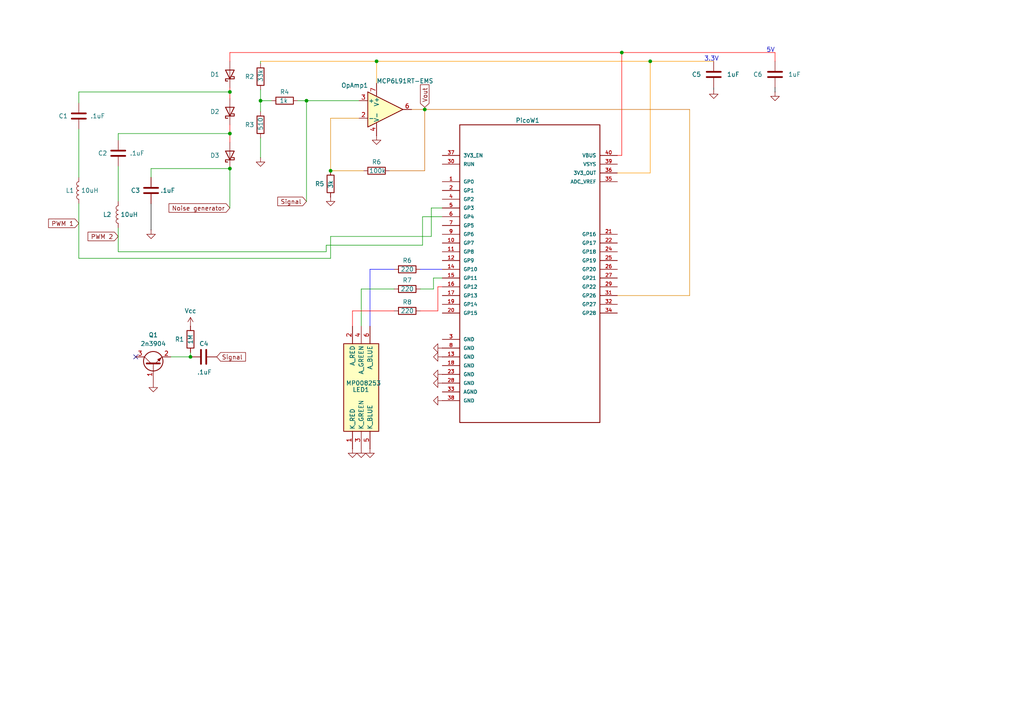
<source format=kicad_sch>
(kicad_sch (version 20231120) (generator "eeschema") (generator_version "8.0")
  (paper "A4")
  (lib_symbols
    (symbol "Amplifier_Operational:MCP6L91RT-EMS" (pin_names (offset 0.127))
      (property "Reference" "U" (at 0 6.35 0))
      (property "Value" "MCP6L91RT-EMS" (at 0 3.81 0))
      (symbol "MCP6L91RT-EMS_0_1"
        (polyline (pts (xy -5.08 5.08) (xy 5.08 0) (xy -5.08 -5.08) (xy -5.08 5.08)) (stroke (width 0.254)) (fill (type background)))
      )
      (symbol "MCP6L91RT-EMS_1_1"
        (pin no_connect line (at -2.54 2.54 270) (length 2.54) hide (name "NC") (number "1"))
        (pin input line (at -7.62 -2.54 0) (length 2.54) (name "-") (number "2"))
        (pin input line (at -7.62 2.54 0) (length 2.54) (name "+") (number "3"))
        (pin power_in line (at -2.54 -7.62 90) (length 3.81) (name "V-") (number "4"))
        (pin no_connect line (at 0 2.54 270) (length 2.54) hide (name "NC") (number "5"))
        (pin output line (at 7.62 0 180) (length 2.54) (name "~") (number "6"))
        (pin power_in line (at -2.54 7.62 270) (length 3.81) (name "V+") (number "7"))
        (pin no_connect line (at 0 -2.54 90) (length 2.54) hide (name "NC") (number "8"))
      )
    )
    (symbol "Device:C" (pin_numbers hide) (pin_names (offset 0.254))
      (property "Reference" "C" (at 0.635 2.54 0))
      (property "Value" "C" (at 0.635 -2.54 0))
      (symbol "C_0_1"
        (polyline (pts (xy -2.032 -0.762) (xy 2.032 -0.762)) (stroke (width 0.508)))
        (polyline (pts (xy -2.032 0.762) (xy 2.032 0.762)) (stroke (width 0.508)))
      )
      (symbol "C_1_1"
        (pin passive line (at 0 3.81 270) (length 2.794) (name "~") (number "1"))
        (pin passive line (at 0 -3.81 90) (length 2.794) (name "~") (number "2"))
      )
    )
    (symbol "Device:D_Schottky" (pin_numbers hide) (pin_names (offset 1.016) hide)
      (property "Reference" "D" (at 0 2.54 0))
      (property "Value" "D_Schottky" (at 0 -2.54 0))
      (symbol "D_Schottky_0_1"
        (polyline (pts (xy 1.27 0) (xy -1.27 0)))
        (polyline (pts (xy 1.27 1.27) (xy 1.27 -1.27) (xy -1.27 0) (xy 1.27 1.27)) (stroke (width 0.254)))
        (polyline (pts (xy -1.905 0.635) (xy -1.905 1.27) (xy -1.27 1.27) (xy -1.27 -1.27) (xy -0.635 -1.27) (xy -0.635 -0.635)) (stroke (width 0.254)))
      )
      (symbol "D_Schottky_1_1"
        (pin passive line (at -3.81 0 0) (length 2.54) (name "K") (number "1"))
        (pin passive line (at 3.81 0 180) (length 2.54) (name "A") (number "2"))
      )
    )
    (symbol "Device:L" (pin_numbers hide) (pin_names (offset 1.016) hide)
      (property "Reference" "L" (at -1.27 0 90))
      (property "Value" "L" (at 1.905 0 90))
      (symbol "L_0_1"
        (arc (start 0 -2.54) (mid 0.6323 -1.905) (end 0 -1.27))
        (arc (start 0 -1.27) (mid 0.6323 -0.635) (end 0 0))
        (arc (start 0 0) (mid 0.6323 0.635) (end 0 1.27))
        (arc (start 0 1.27) (mid 0.6323 1.905) (end 0 2.54))
      )
      (symbol "L_1_1"
        (pin passive line (at 0 3.81 270) (length 1.27) (name "1") (number "1"))
        (pin passive line (at 0 -3.81 90) (length 1.27) (name "2") (number "2"))
      )
    )
    (symbol "Device:R" (pin_numbers hide) (pin_names (offset 0))
      (property "Reference" "R" (at 2.032 0 90))
      (property "Value" "R" (at 0 0 90))
      (symbol "R_0_1"
        (rectangle (start -1.016 -2.54) (end 1.016 2.54) (stroke (width 0.254)))
      )
      (symbol "R_1_1"
        (pin passive line (at 0 3.81 270) (length 1.27) (name "~") (number "1"))
        (pin passive line (at 0 -3.81 90) (length 1.27) (name "~") (number "2"))
      )
    )
    (symbol "GND_1" (power) (pin_numbers hide) (pin_names (offset 0) hide)
      (property "Value" "GND" (at 0 -3.81 0))
      (symbol "GND_1_0_1"
        (polyline (pts (xy 0 0) (xy 0 -1.27) (xy 1.27 -1.27) (xy 0 -2.54) (xy -1.27 -1.27) (xy 0 -1.27)))
      )
      (symbol "GND_1_1_1"
        (pin power_in line (at 0 0 270) (length 0) (name "~") (number "1"))
      )
    )
    (symbol "MP008253:MP008253"
      (property "Reference" "LED" (at 31.75 7.62 0))
      (property "Value" "MP008253" (at 31.75 5.08 0))
      (symbol "MP008253_1_1"
        (rectangle (start 5.08 2.54) (end 30.48 -7.62) (stroke (width 0.254)) (fill (type background)))
        (pin passive line (at 0 0 0) (length 5.08) (name "K_RED") (number "1"))
        (pin passive line (at 35.56 0 180) (length 5.08) (name "A_RED") (number "2"))
        (pin passive line (at 0 -2.54 0) (length 5.08) (name "K_GREEN") (number "3"))
        (pin passive line (at 35.56 -2.54 180) (length 5.08) (name "A_GREEN") (number "4"))
        (pin passive line (at 0 -5.08 0) (length 5.08) (name "K_BLUE") (number "5"))
        (pin passive line (at 35.56 -5.08 180) (length 5.08) (name "A_BLUE") (number "6"))
      )
    )
    (symbol "Pico W:SC0918" (pin_names (offset 1.016))
      (property "Reference" "A1" (at 0 58.42 0))
      (property "Value" "SC0918" (at 0 55.88 0))
      (property "Footprint" "Raspberry Pi:MODULE_SC0918" (at -12.7 -46.99 0))
      (property "manufacturer" "Raspberry Pi" (at 0 53.34 0))
      (symbol "SC0918_0_0"
        (rectangle (start -20.32 -43.18) (end 20.32 43.18) (stroke (width 0.254)))
        (pin bidirectional line (at -25.4 26.67 0) (length 5.08) (name "GP0") (number "1"))
        (pin bidirectional line (at -25.4 8.89 0) (length 5.08) (name "GP7") (number "10"))
        (pin bidirectional line (at -25.4 6.35 0) (length 5.08) (name "GP8") (number "11"))
        (pin bidirectional line (at -25.4 3.81 0) (length 5.08) (name "GP9") (number "12"))
        (pin power_in line (at -25.4 -24.13 0) (length 5.08) (name "GND") (number "13"))
        (pin bidirectional line (at -25.4 1.27 0) (length 5.08) (name "GP10") (number "14"))
        (pin bidirectional line (at -25.4 -1.27 0) (length 5.08) (name "GP11") (number "15"))
        (pin bidirectional line (at -25.4 -3.81 0) (length 5.08) (name "GP12") (number "16"))
        (pin bidirectional line (at -25.4 -6.35 0) (length 5.08) (name "GP13") (number "17"))
        (pin power_in line (at -25.4 -26.67 0) (length 5.08) (name "GND") (number "18"))
        (pin bidirectional line (at -25.4 -8.89 0) (length 5.08) (name "GP14") (number "19"))
        (pin bidirectional line (at -25.4 24.13 0) (length 5.08) (name "GP1") (number "2"))
        (pin bidirectional line (at -25.4 -11.43 0) (length 5.08) (name "GP15") (number "20"))
        (pin bidirectional line (at 25.4 11.43 180) (length 5.08) (name "GP16") (number "21"))
        (pin bidirectional line (at 25.4 8.89 180) (length 5.08) (name "GP17") (number "22"))
        (pin power_in line (at -25.4 -29.21 0) (length 5.08) (name "GND") (number "23"))
        (pin bidirectional line (at 25.4 6.35 180) (length 5.08) (name "GP18") (number "24"))
        (pin bidirectional line (at 25.4 3.81 180) (length 5.08) (name "GP19") (number "25"))
        (pin bidirectional line (at 25.4 1.27 180) (length 5.08) (name "GP20") (number "26"))
        (pin bidirectional line (at 25.4 -1.27 180) (length 5.08) (name "GP21") (number "27"))
        (pin power_in line (at -25.4 -31.75 0) (length 5.08) (name "GND") (number "28"))
        (pin bidirectional line (at 25.4 -3.81 180) (length 5.08) (name "GP22") (number "29"))
        (pin power_in line (at -25.4 -19.05 0) (length 5.08) (name "GND") (number "3"))
        (pin input line (at -25.4 31.75 0) (length 5.08) (name "RUN") (number "30"))
        (pin bidirectional line (at 25.4 -6.35 180) (length 5.08) (name "GP26") (number "31"))
        (pin bidirectional line (at 25.4 -8.89 180) (length 5.08) (name "GP27") (number "32"))
        (pin power_in line (at -25.4 -34.29 0) (length 5.08) (name "AGND") (number "33"))
        (pin bidirectional line (at 25.4 -11.43 180) (length 5.08) (name "GP28") (number "34"))
        (pin power_in line (at 25.4 26.67 180) (length 5.08) (name "ADC_VREF") (number "35"))
        (pin power_in line (at 25.4 29.21 180) (length 5.08) (name "3V3_OUT") (number "36"))
        (pin input line (at -25.4 34.29 0) (length 5.08) (name "3V3_EN") (number "37"))
        (pin power_in line (at -25.4 -36.83 0) (length 5.08) (name "GND") (number "38"))
        (pin free line (at 25.4 31.75 180) (length 5.08) (name "VSYS") (number "39"))
        (pin bidirectional line (at -25.4 21.59 0) (length 5.08) (name "GP2") (number "4"))
        (pin free line (at 25.4 34.29 180) (length 5.08) (name "VBUS") (number "40"))
        (pin bidirectional line (at -25.4 19.05 0) (length 5.08) (name "GP3") (number "5"))
        (pin bidirectional line (at -25.4 16.51 0) (length 5.08) (name "GP4") (number "6"))
        (pin bidirectional line (at -25.4 13.97 0) (length 5.08) (name "GP5") (number "7"))
        (pin power_in line (at -25.4 -21.59 0) (length 5.08) (name "GND") (number "8"))
        (pin bidirectional line (at -25.4 11.43 0) (length 5.08) (name "GP6") (number "9"))
      )
    )
    (symbol "Transistor_BJT:MMBTA44" (pin_names (offset 0) hide)
      (property "Reference" "Q" (at 5.08 1.905 0))
      (property "Value" "MMBTA44" (at 5.08 0 0))
      (symbol "MMBTA44_0_1"
        (polyline (pts (xy 0 0) (xy 0.635 0)))
        (polyline (pts (xy 0.635 0.635) (xy 2.54 2.54)))
        (polyline (pts (xy 0.635 -0.635) (xy 2.54 -2.54) (xy 2.54 -2.54)))
        (polyline (pts (xy 0.635 1.905) (xy 0.635 -1.905) (xy 0.635 -1.905)) (stroke (width 0.508)))
        (polyline (pts (xy 1.27 -1.778) (xy 1.778 -1.27) (xy 2.286 -2.286) (xy 1.27 -1.778) (xy 1.27 -1.778)) (fill (type outline)))
        (circle (center 1.27 0) (radius 2.8194) (stroke (width 0.254)))
      )
      (symbol "MMBTA44_1_1"
        (pin input line (at -5.08 0 0) (length 5.08) (name "B") (number "1"))
        (pin passive line (at 2.54 -5.08 90) (length 2.54) (name "E") (number "2"))
        (pin passive line (at 2.54 5.08 270) (length 2.54) (name "C") (number "3"))
      )
    )
    (symbol "power:GND" (power) (pin_numbers hide) (pin_names (offset 0) hide)
      (property "Value" "GND" (at 0 -3.81 0))
      (symbol "GND_0_1"
        (polyline (pts (xy 0 0) (xy 0 -1.27) (xy 1.27 -1.27) (xy 0 -2.54) (xy -1.27 -1.27) (xy 0 -1.27)))
      )
      (symbol "GND_1_1"
        (pin power_in line (at 0 0 270) (length 0) (name "~") (number "1"))
      )
    )
    (symbol "power:VCC" (power) (pin_numbers hide) (pin_names (offset 0) hide)
      (property "Value" "VCC" (at 0 3.556 0))
      (symbol "VCC_0_1"
        (polyline (pts (xy -0.762 1.27) (xy 0 2.54)))
        (polyline (pts (xy 0 0) (xy 0 2.54)))
        (polyline (pts (xy 0 2.54) (xy 0.762 1.27)))
      )
      (symbol "VCC_1_1"
        (pin power_in line (at 0 0 90) (length 0) (name "~") (number "1"))
      )
    )
  )
  (junction (at 55.245 103.505))
  (junction (at 66.675 26.67))
  (junction (at 95.885 49.53))
  (junction (at 66.675 38.735))
  (junction (at 88.9 29.21))
  (junction (at 188.595 17.78))
  (junction (at 180.34 15.24))
  (junction (at 123.19 31.75))
  (junction (at 66.675 48.895))
  (junction (at 109.22 17.78))
  (junction (at 75.565 29.21))
  (no_connect (at 39.37 103.505))
  (wire (pts (xy 66.675 48.895) (xy 66.675 60.325)))
  (wire (pts (xy 43.815 66.675) (xy 43.815 59.055)) (stroke (width 0) (color 0 0 0 1)))
  (wire (pts (xy 179.07 85.725) (xy 200.025 85.725)) (stroke (width 0) (color 221 133 0 1)))
  (wire (pts (xy 66.675 15.24) (xy 66.675 17.78)) (stroke (width 0) (color 255 0 0 1)))
  (wire (pts (xy 34.29 66.04) (xy 34.29 73.025)))
  (wire (pts (xy 180.34 15.24) (xy 180.34 45.085)) (stroke (width 0) (color 255 0 0 1)))
  (wire (pts (xy 125.095 68.58) (xy 125.095 60.325)))
  (wire (pts (xy 123.19 31.75) (xy 123.19 49.53)) (stroke (width 0) (color 204 102 0 1)))
  (wire (pts (xy 127 90.17) (xy 127 83.185)) (stroke (width 0) (color 255 0 0 1)))
  (wire (pts (xy 75.565 17.78) (xy 109.22 17.78)) (stroke (width 0) (color 255 153 0 1)))
  (wire (pts (xy 122.555 71.12) (xy 122.555 62.865)))
  (wire (pts (xy 34.29 38.735) (xy 66.675 38.735)))
  (wire (pts (xy 43.815 48.895) (xy 66.675 48.895)))
  (wire (pts (xy 104.775 83.82) (xy 114.3 83.82)))
  (wire (pts (xy 66.675 38.735) (xy 66.675 41.275)) (stroke (width 0) (color 255 0 0 1)))
  (wire (pts (xy 224.79 17.78) (xy 224.79 15.24)) (stroke (width 0) (color 255 0 0 1)))
  (wire (pts (xy 122.555 62.865) (xy 128.27 62.865)))
  (wire (pts (xy 75.565 40.005) (xy 75.565 45.72)))
  (wire (pts (xy 179.07 50.165) (xy 188.595 50.165)) (stroke (width 0) (color 255 153 0 1)))
  (wire (pts (xy 75.565 29.21) (xy 78.74 29.21)))
  (wire (pts (xy 66.675 36.195) (xy 66.675 38.735)) (stroke (width 0) (color 255 0 0 1)))
  (wire (pts (xy 22.86 37.465) (xy 22.86 51.435)))
  (wire (pts (xy 109.22 17.78) (xy 109.22 24.13)) (stroke (width 0) (color 255 153 0 1)))
  (wire (pts (xy 180.34 15.24) (xy 224.79 15.24)) (stroke (width 0) (color 255 0 0 1)))
  (wire (pts (xy 34.29 48.26) (xy 34.29 58.42)))
  (wire (pts (xy 95.885 74.93) (xy 22.86 74.93)))
  (wire (pts (xy 43.815 48.895) (xy 43.815 51.435)))
  (wire (pts (xy 86.36 29.21) (xy 88.9 29.21)))
  (wire (pts (xy 121.92 78.105) (xy 128.27 78.105)) (stroke (width 0) (color 0 0 255 1)))
  (wire (pts (xy 207.01 25.4) (xy 207.01 26.035)) (stroke (width 0) (color 0 0 0 1)))
  (wire (pts (xy 88.9 29.21) (xy 104.14 29.21)))
  (wire (pts (xy 224.79 25.4) (xy 224.79 26.67)) (stroke (width 0) (color 0 0 0 1)))
  (wire (pts (xy 22.86 26.67) (xy 66.675 26.67)))
  (wire (pts (xy 22.86 74.93) (xy 22.86 59.055)))
  (wire (pts (xy 75.565 26.035) (xy 75.565 29.21)))
  (wire (pts (xy 200.025 85.725) (xy 200.025 31.75)) (stroke (width 0) (color 221 133 0 1)))
  (wire (pts (xy 109.22 17.78) (xy 188.595 17.78)) (stroke (width 0) (color 255 153 0 1)))
  (wire (pts (xy 66.675 15.24) (xy 180.34 15.24)) (stroke (width 0) (color 255 0 0 1)))
  (wire (pts (xy 95.885 68.58) (xy 125.095 68.58)))
  (wire (pts (xy 55.245 102.235) (xy 55.245 103.505)))
  (wire (pts (xy 66.675 26.67) (xy 66.675 25.4)) (stroke (width 0) (color 255 0 0 1)))
  (wire (pts (xy 207.01 17.78) (xy 188.595 17.78)) (stroke (width 0) (color 255 153 0 1)))
  (wire (pts (xy 66.675 28.575) (xy 66.675 26.67)) (stroke (width 0) (color 255 0 0 1)))
  (wire (pts (xy 125.73 83.82) (xy 125.73 80.645)))
  (wire (pts (xy 188.595 50.165) (xy 188.595 17.78)) (stroke (width 0) (color 255 153 0 1)))
  (wire (pts (xy 102.235 90.17) (xy 102.235 94.615)) (stroke (width 0) (color 255 0 0 1)))
  (wire (pts (xy 102.235 90.17) (xy 114.3 90.17)) (stroke (width 0) (color 255 0 0 1)))
  (wire (pts (xy 88.9 29.21) (xy 88.9 58.42)))
  (wire (pts (xy 123.19 31.115) (xy 123.19 31.75)) (stroke (width 0) (color 204 102 0 1)))
  (wire (pts (xy 123.19 31.75) (xy 200.025 31.75)) (stroke (width 0) (color 204 102 0 1)))
  (wire (pts (xy 125.095 60.325) (xy 128.27 60.325)))
  (wire (pts (xy 127 83.185) (xy 128.27 83.185)) (stroke (width 0) (color 255 0 0 1)))
  (wire (pts (xy 94.615 71.12) (xy 94.615 73.025)))
  (wire (pts (xy 95.885 49.53) (xy 105.41 49.53)) (stroke (width 0) (color 221 133 0 1)))
  (wire (pts (xy 121.92 90.17) (xy 127 90.17)) (stroke (width 0) (color 255 0 0 1)))
  (wire (pts (xy 75.565 18.415) (xy 75.565 17.78)))
  (wire (pts (xy 94.615 71.12) (xy 122.555 71.12)))
  (wire (pts (xy 104.14 34.29) (xy 95.885 34.29)) (stroke (width 0) (color 221 133 0 1)))
  (wire (pts (xy 95.885 68.58) (xy 95.885 74.93)))
  (wire (pts (xy 121.92 83.82) (xy 125.73 83.82)))
  (wire (pts (xy 75.565 32.385) (xy 75.565 29.21)))
  (wire (pts (xy 34.29 38.735) (xy 34.29 40.64)))
  (wire (pts (xy 123.19 49.53) (xy 113.03 49.53)) (stroke (width 0) (color 204 102 0 1)))
  (wire (pts (xy 107.315 78.105) (xy 107.315 94.615)) (stroke (width 0) (color 0 0 255 1)))
  (wire (pts (xy 22.86 29.845) (xy 22.86 26.67)))
  (wire (pts (xy 179.07 45.085) (xy 180.34 45.085)) (stroke (width 0) (color 255 0 0 1)))
  (wire (pts (xy 107.315 78.105) (xy 114.3 78.105)) (stroke (width 0) (color 0 0 255 1)))
  (wire (pts (xy 125.73 80.645) (xy 128.27 80.645)))
  (wire (pts (xy 49.53 103.505) (xy 55.245 103.505)))
  (wire (pts (xy 104.775 83.82) (xy 104.775 94.615)))
  (wire (pts (xy 119.38 31.75) (xy 123.19 31.75)) (stroke (width 0) (color 204 102 0 1)))
  (wire (pts (xy 95.885 34.29) (xy 95.885 49.53)) (stroke (width 0) (color 221 133 0 1)))
  (wire (pts (xy 34.29 73.025) (xy 94.615 73.025)))
  (text "3.3V\n" (at 206.375 17.145 0) (effects (font (size 1.27 1.27))))
  (text "5V\n" (at 223.52 14.605 0) (effects (font (size 1.27 1.27))))
  (global_label "PWM 2" (shape input) (at 34.29 68.58 180) (property "Intersheetrefs" "${INTERSHEET_REFS}" (effects (hide yes))))
  (global_label "Signal" (shape input) (at 62.865 103.505 0) (property "Intersheetrefs" "${INTERSHEET_REFS}" (effects (hide yes))))
  (global_label "Signal" (shape input) (at 88.9 58.42 180) (property "Intersheetrefs" "${INTERSHEET_REFS}" (effects (hide yes))))
  (global_label "Vout" (shape input) (at 123.19 31.115 90) (property "Intersheetrefs" "${INTERSHEET_REFS}" (effects (hide yes))))
  (global_label "PWM 1" (shape input) (at 22.86 64.77 180) (property "Intersheetrefs" "${INTERSHEET_REFS}" (effects (hide yes))))
  (global_label "Noise generator" (shape input) (at 66.675 60.325 180) (property "Intersheetrefs" "${INTERSHEET_REFS}" (effects (hide yes))))
  (symbol (lib_id "Device:R") (at 118.11 90.17 270) (unit 1)
    (property "Reference" "R8" (at 118.11 87.63 90))
    (property "Value" "220" (at 118.11 90.17 90))
    (property "Footprint" "Resistor_SMD:R_1206_3216Metric" (effects (hide yes)))
    (property "Description" "Resistor" (effects (hide yes)))
  )
  (symbol (lib_id "Device:R") (at 82.55 29.21 270) (unit 1)
    (property "Reference" "R4" (at 82.55 26.67 90))
    (property "Value" "1k" (at 82.296 29.21 90))
    (property "Footprint" "Resistor_SMD:R_1206_3216Metric" (effects (hide yes)))
    (property "Description" "Resistor" (effects (hide yes)))
  )
  (symbol (lib_id "Device:L") (at 22.86 55.245 180) (unit 1)
    (property "Reference" "L1" (at 19.05 55.245 0) (effects (justify right)))
    (property "Value" "10uH" (at 23.495 55.245 0) (effects (justify right)))
    (property "Footprint" "Inductor_SMD:L_Coilcraft_LPS4414" (effects (hide yes)))
    (property "Description" "Inductor" (effects (hide yes)))
  )
  (symbol (lib_id "power:GND") (at 95.885 57.15 0) (unit 1)
    (property "Reference" "#PWR02" (effects (hide yes)))
    (property "Value" "GND_28" (effects (hide yes)))
    (property "Description" "Power symbol creates a global label with name \"GND\" , ground" (effects (hide yes)))
  )
  (symbol (lib_id "Device:C") (at 224.79 21.59 180) (unit 1)
    (property "Reference" "C6" (at 218.44 21.59 0) (effects (justify right)))
    (property "Value" "1uF" (at 228.6 21.59 0) (effects (justify right)))
    (property "Footprint" "Capacitor_SMD:C_1206_3216Metric_Pad1.33x1.80mm_HandSolder" (effects (hide yes)))
    (property "Description" "Unpolarized capacitor" (effects (hide yes)))
  )
  (symbol (lib_name "GND_1") (lib_id "power:GND") (at 128.27 103.505 270) (unit 1)
    (property "Reference" "#PWR012" (effects (hide yes)))
    (property "Value" "GND_13" (effects (hide yes)))
    (property "Description" "Power symbol creates a global label with name \"GND\" , ground" (effects (hide yes)))
  )
  (symbol (lib_name "GND_1") (lib_id "power:GND") (at 207.01 26.035 0) (unit 1)
    (property "Reference" "#PWR011" (effects (hide yes)))
    (property "Value" "GND_38" (effects (hide yes)))
    (property "Description" "Power symbol creates a global label with name \"GND\" , ground" (effects (hide yes)))
  )
  (symbol (lib_id "power:GND") (at 109.22 39.37 0) (unit 1)
    (property "Reference" "#PWR016" (effects (hide yes)))
    (property "Value" "GND_28" (effects (hide yes)))
    (property "Description" "Power symbol creates a global label with name \"GND\" , ground" (effects (hide yes)))
  )
  (symbol (lib_id "Device:R") (at 109.22 49.53 90) (unit 1)
    (property "Reference" "R6" (at 109.22 46.99 90))
    (property "Value" "100k" (at 109.474 49.53 90))
    (property "Footprint" "Resistor_SMD:R_1206_3216Metric" (effects (hide yes)))
    (property "Description" "Resistor" (effects (hide yes)))
  )
  (symbol (lib_id "power:GND") (at 128.27 111.125 270) (unit 1)
    (property "Reference" "#PWR015" (effects (hide yes)))
    (property "Value" "GND_28" (effects (hide yes)))
    (property "Description" "Power symbol creates a global label with name \"GND\" , ground" (effects (hide yes)))
  )
  (symbol (lib_name "GND_1") (lib_id "power:GND") (at 107.315 130.175 0) (unit 1)
    (property "Reference" "#PWR010" (effects (hide yes)))
    (property "Value" "GND_23" (effects (hide yes)))
    (property "Description" "Power symbol creates a global label with name \"GND\" , ground" (effects (hide yes)))
  )
  (symbol (lib_id "Device:L") (at 34.29 62.23 180) (unit 1)
    (property "Reference" "L2" (at 29.845 62.23 0) (effects (justify right)))
    (property "Value" "10uH" (at 34.925 62.23 0) (effects (justify right)))
    (property "Footprint" "Inductor_SMD:L_Coilcraft_LPS4414" (effects (hide yes)))
    (property "Description" "Inductor" (effects (hide yes)))
  )
  (symbol (lib_id "Device:R") (at 118.11 83.82 270) (unit 1)
    (property "Reference" "R7" (at 118.11 81.28 90))
    (property "Value" "220" (at 118.11 83.82 90))
    (property "Footprint" "Resistor_SMD:R_1206_3216Metric" (effects (hide yes)))
    (property "Description" "Resistor" (effects (hide yes)))
  )
  (symbol (lib_id "Transistor_BJT:MMBTA44") (at 44.45 106.045 90) (unit 1)
    (property "Reference" "Q1" (at 44.45 97.155 90))
    (property "Value" "2n3904" (at 44.45 99.695 90))
    (property "Footprint" "Package_TO_SOT_SMD:SOT-23" (effects (hide yes)))
    (property "Datasheet" "https://diotec.com/request/datasheet/mmbta42.pdf" (effects (hide yes)))
    (property "Description" "0.3A Ic, 400V Vce, NPN High Voltage Transistor, SOT-23" (effects (hide yes)))
  )
  (symbol (lib_id "Pico W:SC0918") (at 153.67 79.375 0) (unit 1)
    (property "Reference" "PicoW1" (at 153.035 34.925 0))
    (property "Value" "SC0918" (effects (hide yes)))
    (property "Footprint" "Pico W:MODULE_SC0918" (effects (hide yes)))
    (property "Datasheet" "https://datasheets.raspberrypi.com/picow/pico-w-datasheet.pdf" (effects (hide yes)))
    (property "manufacturer" "Raspberry Pi" (effects (hide yes)))
    (property "P/N" "SC0918" (effects (hide yes)))
    (property "PARTREV" "1.6" (effects (hide yes)))
    (property "MAXIMUM_PACKAGE_HEIGHT" "3.73mm" (effects (hide yes)))
  )
  (symbol (lib_id "Device:R") (at 118.11 78.105 270) (unit 1)
    (property "Reference" "R6" (at 118.11 75.565 90))
    (property "Value" "220" (at 118.11 78.105 90))
    (property "Footprint" "Resistor_SMD:R_1206_3216Metric" (effects (hide yes)))
    (property "Description" "Resistor" (effects (hide yes)))
  )
  (symbol (lib_id "Device:C") (at 34.29 44.45 0) (unit 1)
    (property "Reference" "C2" (at 31.115 44.45 0) (effects (justify right)))
    (property "Value" ".1uF" (at 41.91 44.45 0) (effects (justify right)))
    (property "Footprint" "Capacitor_SMD:C_1206_3216Metric_Pad1.33x1.80mm_HandSolder" (effects (hide yes)))
    (property "Description" "Unpolarized capacitor" (effects (hide yes)))
  )
  (symbol (lib_id "Device:R") (at 95.885 53.34 180) (unit 1)
    (property "Reference" "R5" (at 92.71 53.34 0))
    (property "Value" "3k" (at 95.885 53.467 90))
    (property "Footprint" "Resistor_SMD:R_1206_3216Metric" (effects (hide yes)))
    (property "Description" "Resistor" (effects (hide yes)))
  )
  (symbol (lib_id "Device:R") (at 75.565 36.195 0) (mirror x) (unit 1)
    (property "Reference" "R3" (at 72.39 36.195 0))
    (property "Value" "510" (at 75.565 35.941 90))
    (property "Footprint" "Resistor_SMD:R_1206_3216Metric" (effects (hide yes)))
    (property "Description" "Resistor" (effects (hide yes)))
  )
  (symbol (lib_id "Device:C") (at 207.01 21.59 180) (unit 1)
    (property "Reference" "C5" (at 200.66 21.59 0) (effects (justify right)))
    (property "Value" "1uF" (at 210.82 21.59 0) (effects (justify right)))
    (property "Footprint" "Capacitor_SMD:C_1206_3216Metric_Pad1.33x1.80mm_HandSolder" (effects (hide yes)))
    (property "Description" "Unpolarized capacitor" (effects (hide yes)))
  )
  (symbol (lib_name "GND_1") (lib_id "power:GND") (at 128.27 100.965 270) (unit 1)
    (property "Reference" "#PWR06" (effects (hide yes)))
    (property "Value" "GND_8" (effects (hide yes)))
    (property "Description" "Power symbol creates a global label with name \"GND\" , ground" (effects (hide yes)))
  )
  (symbol (lib_name "GND_1") (lib_id "power:GND") (at 102.235 130.175 0) (unit 1)
    (property "Reference" "#PWR07" (effects (hide yes)))
    (property "Value" "GND_23" (effects (hide yes)))
    (property "Description" "Power symbol creates a global label with name \"GND\" , ground" (effects (hide yes)))
  )
  (symbol (lib_name "GND_1") (lib_id "power:GND") (at 43.815 66.675 0) (unit 1)
    (property "Reference" "#PWR08" (effects (hide yes)))
    (property "Value" "GND_8" (effects (hide yes)))
    (property "Description" "Power symbol creates a global label with name \"GND\" , ground" (effects (hide yes)))
  )
  (symbol (lib_id "Device:C") (at 22.86 33.655 0) (unit 1)
    (property "Reference" "C1" (at 19.685 33.655 0) (effects (justify right)))
    (property "Value" ".1uF" (at 30.48 33.655 0) (effects (justify right)))
    (property "Footprint" "Capacitor_SMD:C_1206_3216Metric_Pad1.33x1.80mm_HandSolder" (effects (hide yes)))
    (property "Description" "Unpolarized capacitor" (effects (hide yes)))
  )
  (symbol (lib_id "Device:D_Schottky") (at 66.675 32.385 90) (unit 1)
    (property "Reference" "D2" (at 60.96 32.385 90) (effects (justify right)))
    (property "Value" "D_Schottky" (effects (hide yes)))
    (property "Footprint" "MBRS1100T3G:SMB_403A-03_ONS" (effects (hide yes)))
    (property "Description" "Schottky diode" (effects (hide yes)))
  )
  (symbol (lib_id "Device:D_Schottky") (at 66.675 45.085 90) (unit 1)
    (property "Reference" "D3" (at 60.96 45.085 90) (effects (justify right)))
    (property "Value" "D_Schottky" (effects (hide yes)))
    (property "Footprint" "MBRS1100T3G:SMB_403A-03_ONS" (effects (hide yes)))
    (property "Description" "Schottky diode" (effects (hide yes)))
  )
  (symbol (lib_id "power:GND") (at 75.565 45.72 0) (unit 1)
    (property "Reference" "#PWR04" (effects (hide yes)))
    (property "Value" "GND_28" (effects (hide yes)))
    (property "Description" "Power symbol creates a global label with name \"GND\" , ground" (effects (hide yes)))
  )
  (symbol (lib_name "GND_1") (lib_id "power:GND") (at 128.27 116.205 270) (unit 1)
    (property "Reference" "#PWR03" (effects (hide yes)))
    (property "Value" "GND_38" (effects (hide yes)))
    (property "Description" "Power symbol creates a global label with name \"GND\" , ground" (effects (hide yes)))
  )
  (symbol (lib_id "Amplifier_Operational:MCP6L91RT-EMS") (at 111.76 31.75 0) (unit 1)
    (property "Reference" "OpAmp1" (at 102.87 24.765 0))
    (property "Value" "MCP6L91RT-EMS" (at 117.475 23.495 0))
    (property "Footprint" "op_amp_MCP6291-E/MS:MSOP8_MC_MCH" (effects (hide yes)))
    (property "Datasheet" "http://ww1.microchip.com/downloads/en/DeviceDoc/22141b.pdf" (effects (hide yes)))
    (property "Description" "10 MHz, 850 µA Op Amps, MSOP-8" (effects (hide yes)))
  )
  (symbol (lib_id "Device:R") (at 55.245 98.425 0) (mirror x) (unit 1)
    (property "Reference" "R1" (at 52.07 98.425 0))
    (property "Value" "1M" (at 55.245 98.425 90))
    (property "Footprint" "Resistor_SMD:R_1206_3216Metric" (effects (hide yes)))
    (property "Description" "Resistor" (effects (hide yes)))
  )
  (symbol (lib_name "GND_1") (lib_id "power:GND") (at 104.775 130.175 0) (unit 1)
    (property "Reference" "#PWR09" (effects (hide yes)))
    (property "Value" "GND_23" (effects (hide yes)))
    (property "Description" "Power symbol creates a global label with name \"GND\" , ground" (effects (hide yes)))
  )
  (symbol (lib_id "power:VCC") (at 55.245 94.615 0) (unit 1)
    (property "Reference" "#PWR013" (effects (hide yes)))
    (property "Value" "Vcc" (at 55.245 90.17 0))
    (property "Description" "Power symbol creates a global label with name \"VCC\"" (effects (hide yes)))
  )
  (symbol (lib_id "Device:R") (at 75.565 22.225 180) (unit 1)
    (property "Reference" "R2" (at 72.39 22.225 0))
    (property "Value" "33k" (at 75.565 21.971 90))
    (property "Footprint" "Resistor_SMD:R_1206_3216Metric" (effects (hide yes)))
    (property "Description" "Resistor" (effects (hide yes)))
  )
  (symbol (lib_name "GND_1") (lib_id "power:GND") (at 44.45 111.125 0) (unit 1)
    (property "Reference" "#PWR05" (effects (hide yes)))
    (property "Value" "GND_13" (effects (hide yes)))
    (property "Description" "Power symbol creates a global label with name \"GND\" , ground" (effects (hide yes)))
  )
  (symbol (lib_id "power:GND") (at 224.79 26.67 0) (unit 1)
    (property "Reference" "#PWR01" (effects (hide yes)))
    (property "Value" "GND_38" (effects (hide yes)))
    (property "Description" "Power symbol creates a global label with name \"GND\" , ground" (effects (hide yes)))
  )
  (symbol (lib_id "Device:C") (at 43.815 55.245 0) (unit 1)
    (property "Reference" "C3" (at 40.64 55.245 0) (effects (justify right)))
    (property "Value" ".1uF" (at 50.8 55.245 0) (effects (justify right)))
    (property "Footprint" "Capacitor_SMD:C_1206_3216Metric_Pad1.33x1.80mm_HandSolder" (effects (hide yes)))
    (property "Description" "Unpolarized capacitor" (effects (hide yes)))
  )
  (symbol (lib_id "Device:C") (at 59.055 103.505 90) (unit 1)
    (property "Reference" "C4" (at 57.785 99.695 90) (effects (justify right)))
    (property "Value" ".1uF" (at 57.15 107.95 90) (effects (justify right)))
    (property "Footprint" "Capacitor_SMD:C_1206_3216Metric_Pad1.33x1.80mm_HandSolder" (effects (hide yes)))
    (property "Description" "Unpolarized capacitor" (effects (hide yes)))
  )
  (symbol (lib_name "GND_1") (lib_id "power:GND") (at 128.27 108.585 270) (unit 1)
    (property "Reference" "#PWR014" (effects (hide yes)))
    (property "Value" "GND_23" (effects (hide yes)))
    (property "Description" "Power symbol creates a global label with name \"GND\" , ground" (effects (hide yes)))
  )
  (symbol (lib_id "MP008253:MP008253") (at 102.235 130.175 90) (unit 1)
    (property "Reference" "LED1" (at 102.235 113.03 90) (effects (justify right)))
    (property "Value" "MP008253" (at 100.33 111.125 90) (effects (justify right)))
    (property "Footprint" "MP008253:MP008253" (effects (hide yes)))
    (property "Description" "Chip LED, RGB, 5mm x 5mm, 120, 6-Pin, Surface Mount" (effects (hide yes)))
    (property "Height" "1.7" (effects (hide yes)))
    (property "Manufacturer_Name" "Multicomp Pro" (effects (hide yes)))
    (property "Manufacturer_Part_Number" "MP008253" (effects (hide yes)))
  )
  (symbol (lib_id "Device:D_Schottky") (at 66.675 21.59 90) (unit 1)
    (property "Reference" "D1" (at 60.96 21.59 90) (effects (justify right)))
    (property "Value" "D_Schottky" (effects (hide yes)))
    (property "Footprint" "MBRS1100T3G:SMB_403A-03_ONS" (effects (hide yes)))
    (property "Description" "Schottky diode" (effects (hide yes)))
  )
)
</source>
